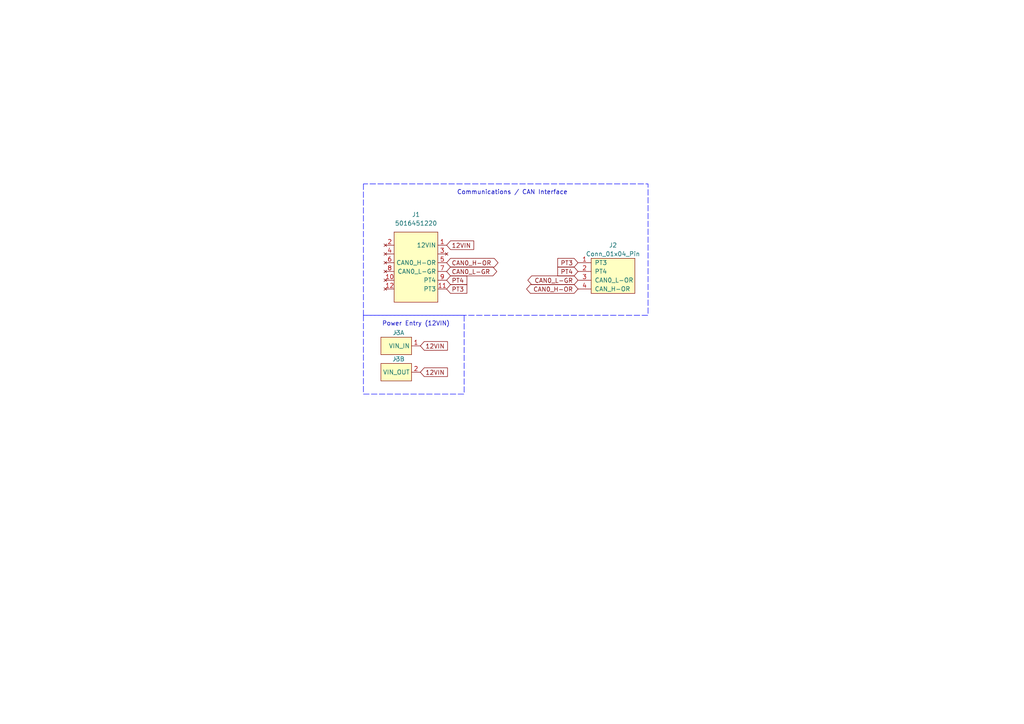
<source format=kicad_sch>
(kicad_sch (version 20250114) (generator "eeschema") (generator_version "9.0")
  (paper "A4")
  (title_block (title "Tesla-A_HW4 Harness") (date "2025-09-22") (rev "1 / 1"))
  (lib_symbols
    (symbol "Conn_01x01_Faston_Lug_4.8mm_1"
      (property "Reference" "J" (at 0 3.81 0))
      (symbol "Conn_01x01_Faston_Lug_4.8mm_1_1_1"
        (rectangle (start -5.08 2.54) (end 3.81 -2.54) (fill (type background)))
        (pin passive line (at 6.35 0 180) (length 2.54) (name "VIN_IN") (number "1"))
      )
      (symbol "Conn_01x01_Faston_Lug_4.8mm_1_2_1"
        (rectangle (start -5.08 2.54) (end 3.81 -2.54) (fill (type background)))
        (pin passive line (at 6.35 0 180) (length 2.54) (name "VIN_OUT") (number "2"))
      )
    )
    (symbol "Connector_Molex_sym:5016451220"
      (property "Reference" "J" (at 1.27 13.97 0))
      (property "Value" "5016451220" (at 1.27 11.43 0))
      (symbol "5016451220_1_1"
        (rectangle (start -5.08 10.16) (end 7.62 -10.16) (fill (type background)))
        (pin no_connect line (at -7.62 6.35 0) (length 2.54) (name "") (number "2"))
        (pin no_connect line (at -7.62 3.81 0) (length 2.54) (name "") (number "4"))
        (pin no_connect line (at -7.62 1.27 0) (length 2.54) (name "") (number "6"))
        (pin no_connect line (at -7.62 -1.27 0) (length 2.54) (name "") (number "8"))
        (pin no_connect line (at -7.62 -3.81 0) (length 2.54) (name "") (number "10"))
        (pin no_connect line (at -7.62 -6.35 0) (length 2.54) (name "") (number "12"))
        (pin power_out line (at 10.16 6.35 180) (length 2.54) (name "12VIN") (number "1"))
        (pin no_connect line (at 10.16 3.81 180) (length 2.54) (name "") (number "3"))
        (pin bidirectional line (at 10.16 1.27 180) (length 2.54) (name "CAN0_H-OR") (number "5"))
        (pin bidirectional line (at 10.16 -1.27 180) (length 2.54) (name "CAN0_L-GR") (number "7"))
        (pin power_out line (at 10.16 -3.81 180) (length 2.54) (name "PT4") (number "9"))
        (pin power_out line (at 10.16 -6.35 180) (length 2.54) (name "PT3") (number "11"))
      )
    )
    (symbol "Tesla-A_HW4:Conn_01x01_Faston_Lug_4.8mm"
      (property "Reference" "J" (at 0 3.81 0))
      (symbol "Conn_01x01_Faston_Lug_4.8mm_1_1"
        (rectangle (start -5.08 2.54) (end 3.81 -2.54) (fill (type background)))
        (pin passive line (at 6.35 0 180) (length 2.54) (name "VIN_IN") (number "1"))
      )
      (symbol "Conn_01x01_Faston_Lug_4.8mm_2_1"
        (rectangle (start -5.08 2.54) (end 3.81 -2.54) (fill (type background)))
        (pin passive line (at 6.35 0 180) (length 2.54) (name "VIN_OUT") (number "2"))
      )
    )
    (symbol "Tesla-A_HW4:Conn_01x04_Pin" (pin_names (offset 1.016))
      (property "Reference" "J" (at -6.35 8.89 0))
      (property "Value" "Conn_01x04_Pin" (at -6.35 6.35 0))
      (symbol "Conn_01x04_Pin_1_1"
        (rectangle (start -12.7 3.81) (end 0 -6.35) (fill (type background)))
        (pin input line (at 3.81 2.54 180) (length 3.81) (name "PT3") (number "1"))
        (pin input line (at 3.81 0 180) (length 3.81) (name "PT4") (number "2"))
        (pin bidirectional line (at 3.81 -2.54 180) (length 3.81) (name "CAN0_L-OR") (number "3"))
        (pin bidirectional line (at 3.81 -5.08 180) (length 3.81) (name "CAN_H-OR") (number "4"))
      )
    )
  )
  (text "Communications / CAN Interface" (at 148.59 55.88 0) (effects (font (size 1.27 1.27))))
  (text "Power Entry (12VIN)" (at 120.65 93.98 0) (effects (font (size 1.27 1.27))))
  (global_label "12VIN" (shape input) (at 129.54 71.12 0) (property "Intersheetrefs" "${INTERSHEET_REFS}" (effects (hide yes))))
  (global_label "12VIN" (shape input) (at 121.92 107.95 0) (property "Intersheetrefs" "${INTERSHEET_REFS}" (effects (hide yes))))
  (global_label "CAN0_L-GR" (shape bidirectional) (at 129.54 78.74 0) (property "Intersheetrefs" "${INTERSHEET_REFS}" (effects (hide yes))))
  (global_label "CAN0_H-OR" (shape bidirectional) (at 167.64 83.82 180) (property "Intersheetrefs" "${INTERSHEET_REFS}" (effects (hide yes))))
  (global_label "PT4" (shape input) (at 129.54 81.28 0) (property "Intersheetrefs" "${INTERSHEET_REFS}" (effects (hide yes))))
  (global_label "PT3" (shape input) (at 129.54 83.82 0) (property "Intersheetrefs" "${INTERSHEET_REFS}" (effects (hide yes))))
  (global_label "PT4" (shape input) (at 167.64 78.74 180) (property "Intersheetrefs" "${INTERSHEET_REFS}" (effects (hide yes))))
  (global_label "CAN0_L-GR" (shape bidirectional) (at 167.64 81.28 180) (property "Intersheetrefs" "${INTERSHEET_REFS}" (effects (hide yes))))
  (global_label "PT3" (shape input) (at 167.64 76.2 180) (property "Intersheetrefs" "${INTERSHEET_REFS}" (effects (hide yes))))
  (global_label "CAN0_H-OR" (shape bidirectional) (at 129.54 76.2 0) (property "Intersheetrefs" "${INTERSHEET_REFS}" (effects (hide yes))))
  (global_label "12VIN" (shape input) (at 121.92 100.33 0) (property "Intersheetrefs" "${INTERSHEET_REFS}" (effects (hide yes))))
  (rule_area (polyline (pts (xy 105.41 91.44) (xy 105.41 114.3) (xy 134.62 114.3) (xy 134.62 91.44)) (stroke (width 0) (type dash) (color 0 0 255 1))))
  (rule_area (polyline (pts (xy 105.41 53.34) (xy 105.41 91.44) (xy 187.96 91.44) (xy 187.96 53.34)) (stroke (width 0) (type dash) (color 0 0 255 1))))
  (symbol (lib_name "Conn_01x01_Faston_Lug_4.8mm_1") (lib_id "Tesla-A_HW4:Conn_01x01_Faston_Lug_4.8mm") (at 115.57 107.95 0) (unit 2)
    (property "Reference" "J3" (at 115.57 104.14 0))
    (property "Value" "~" (at 114.935 104.14 0))
    (property "Footprint" "Tesla-A_HW4:EST026_Connector" (effects (hide yes)))
  )
  (symbol (lib_id "Tesla-A_HW4:Conn_01x01_Faston_Lug_4.8mm") (at 115.57 100.33 0) (unit 1)
    (property "Reference" "J3" (at 115.57 96.52 0))
    (property "Value" "~" (at 114.935 96.52 0))
    (property "Footprint" "Tesla-A_HW4:EST026_Connector" (effects (hide yes)))
  )
  (symbol (lib_id "Tesla-A_HW4:Conn_01x04_Pin") (at 171.45 78.74 0) (mirror y) (unit 1)
    (property "Reference" "J2" (at 177.8 71.12 0))
    (property "Value" "Conn_01x04_Pin" (at 177.8 73.66 0))
    (property "Footprint" "Tesla-A_HW4:TestPoint_Bridge_Pitch2.0mm_Drill0.7mm" (effects (hide yes)))
    (property "Description" "Generic connector, single row, 01x04, script generated" (effects (hide yes)))
  )
  (symbol (lib_id "Connector_Molex_sym:5016451220") (at 119.38 77.47 0) (unit 1)
    (property "Reference" "J1" (at 120.65 62.23 0))
    (property "Value" "5016451220" (at 120.65 64.77 0))
    (property "Footprint" "Tesla-A_HW4:5016451220" (effects (hide yes)))
  )
)
</source>
